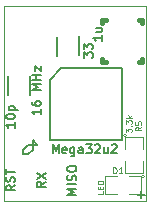
<source format=gto>
G04 (created by PCBNEW (2013-jul-07)-stable) date Thu 27 Nov 2014 12:46:05 AM EST*
%MOIN*%
G04 Gerber Fmt 3.4, Leading zero omitted, Abs format*
%FSLAX34Y34*%
G01*
G70*
G90*
G04 APERTURE LIST*
%ADD10C,0.00590551*%
%ADD11C,0.006*%
%ADD12C,0.00787402*%
%ADD13C,0.00393701*%
%ADD14C,0.0039*%
%ADD15C,0.015*%
%ADD16C,0.0043*%
G04 APERTURE END LIST*
G54D10*
G54D11*
X22483Y-22046D02*
X22183Y-22046D01*
X22397Y-21946D01*
X22183Y-21846D01*
X22483Y-21846D01*
X22483Y-21703D02*
X22183Y-21703D01*
X22469Y-21574D02*
X22483Y-21531D01*
X22483Y-21460D01*
X22469Y-21431D01*
X22455Y-21417D01*
X22426Y-21403D01*
X22397Y-21403D01*
X22369Y-21417D01*
X22355Y-21431D01*
X22340Y-21460D01*
X22326Y-21517D01*
X22312Y-21546D01*
X22297Y-21560D01*
X22269Y-21574D01*
X22240Y-21574D01*
X22212Y-21560D01*
X22197Y-21546D01*
X22183Y-21517D01*
X22183Y-21446D01*
X22197Y-21403D01*
X22183Y-21217D02*
X22183Y-21160D01*
X22197Y-21131D01*
X22226Y-21103D01*
X22283Y-21089D01*
X22383Y-21089D01*
X22440Y-21103D01*
X22469Y-21131D01*
X22483Y-21160D01*
X22483Y-21217D01*
X22469Y-21246D01*
X22440Y-21274D01*
X22383Y-21289D01*
X22283Y-21289D01*
X22226Y-21274D01*
X22197Y-21246D01*
X22183Y-21217D01*
X21460Y-21624D02*
X21317Y-21724D01*
X21460Y-21796D02*
X21160Y-21796D01*
X21160Y-21681D01*
X21174Y-21653D01*
X21188Y-21639D01*
X21217Y-21624D01*
X21260Y-21624D01*
X21288Y-21639D01*
X21302Y-21653D01*
X21317Y-21681D01*
X21317Y-21796D01*
X21160Y-21524D02*
X21460Y-21324D01*
X21160Y-21324D02*
X21460Y-21524D01*
X20436Y-21739D02*
X20293Y-21839D01*
X20436Y-21910D02*
X20136Y-21910D01*
X20136Y-21796D01*
X20150Y-21767D01*
X20164Y-21753D01*
X20193Y-21739D01*
X20236Y-21739D01*
X20264Y-21753D01*
X20279Y-21767D01*
X20293Y-21796D01*
X20293Y-21910D01*
X20422Y-21624D02*
X20436Y-21581D01*
X20436Y-21510D01*
X20422Y-21481D01*
X20407Y-21467D01*
X20379Y-21453D01*
X20350Y-21453D01*
X20322Y-21467D01*
X20307Y-21481D01*
X20293Y-21510D01*
X20279Y-21567D01*
X20264Y-21596D01*
X20250Y-21610D01*
X20222Y-21624D01*
X20193Y-21624D01*
X20164Y-21610D01*
X20150Y-21596D01*
X20136Y-21567D01*
X20136Y-21496D01*
X20150Y-21453D01*
X20136Y-21367D02*
X20136Y-21196D01*
X20436Y-21281D02*
X20136Y-21281D01*
X24531Y-22054D02*
X24759Y-22054D01*
X24645Y-22168D02*
X24645Y-21940D01*
X21691Y-20672D02*
X21691Y-20372D01*
X21791Y-20586D01*
X21891Y-20372D01*
X21891Y-20672D01*
X22148Y-20658D02*
X22120Y-20672D01*
X22063Y-20672D01*
X22034Y-20658D01*
X22020Y-20629D01*
X22020Y-20515D01*
X22034Y-20486D01*
X22063Y-20472D01*
X22120Y-20472D01*
X22148Y-20486D01*
X22163Y-20515D01*
X22163Y-20544D01*
X22020Y-20572D01*
X22420Y-20472D02*
X22420Y-20715D01*
X22405Y-20744D01*
X22391Y-20758D01*
X22363Y-20772D01*
X22320Y-20772D01*
X22291Y-20758D01*
X22420Y-20658D02*
X22391Y-20672D01*
X22334Y-20672D01*
X22305Y-20658D01*
X22291Y-20644D01*
X22277Y-20615D01*
X22277Y-20529D01*
X22291Y-20501D01*
X22305Y-20486D01*
X22334Y-20472D01*
X22391Y-20472D01*
X22420Y-20486D01*
X22691Y-20672D02*
X22691Y-20515D01*
X22677Y-20486D01*
X22648Y-20472D01*
X22591Y-20472D01*
X22563Y-20486D01*
X22691Y-20658D02*
X22663Y-20672D01*
X22591Y-20672D01*
X22563Y-20658D01*
X22548Y-20629D01*
X22548Y-20601D01*
X22563Y-20572D01*
X22591Y-20558D01*
X22663Y-20558D01*
X22691Y-20544D01*
X22805Y-20372D02*
X22991Y-20372D01*
X22891Y-20486D01*
X22934Y-20486D01*
X22963Y-20501D01*
X22977Y-20515D01*
X22991Y-20544D01*
X22991Y-20615D01*
X22977Y-20644D01*
X22963Y-20658D01*
X22934Y-20672D01*
X22848Y-20672D01*
X22820Y-20658D01*
X22805Y-20644D01*
X23105Y-20401D02*
X23120Y-20386D01*
X23148Y-20372D01*
X23220Y-20372D01*
X23248Y-20386D01*
X23263Y-20401D01*
X23277Y-20429D01*
X23277Y-20458D01*
X23263Y-20501D01*
X23091Y-20672D01*
X23277Y-20672D01*
X23534Y-20472D02*
X23534Y-20672D01*
X23405Y-20472D02*
X23405Y-20629D01*
X23420Y-20658D01*
X23448Y-20672D01*
X23491Y-20672D01*
X23520Y-20658D01*
X23534Y-20644D01*
X23663Y-20401D02*
X23677Y-20386D01*
X23705Y-20372D01*
X23777Y-20372D01*
X23805Y-20386D01*
X23820Y-20401D01*
X23834Y-20429D01*
X23834Y-20458D01*
X23820Y-20501D01*
X23648Y-20672D01*
X23834Y-20672D01*
X20436Y-19641D02*
X20436Y-19813D01*
X20436Y-19727D02*
X20136Y-19727D01*
X20179Y-19755D01*
X20207Y-19784D01*
X20222Y-19813D01*
X20136Y-19455D02*
X20136Y-19427D01*
X20150Y-19398D01*
X20164Y-19384D01*
X20193Y-19370D01*
X20250Y-19355D01*
X20322Y-19355D01*
X20379Y-19370D01*
X20407Y-19384D01*
X20422Y-19398D01*
X20436Y-19427D01*
X20436Y-19455D01*
X20422Y-19484D01*
X20407Y-19498D01*
X20379Y-19513D01*
X20322Y-19527D01*
X20250Y-19527D01*
X20193Y-19513D01*
X20164Y-19498D01*
X20150Y-19484D01*
X20136Y-19455D01*
X20236Y-19227D02*
X20536Y-19227D01*
X20250Y-19227D02*
X20236Y-19198D01*
X20236Y-19141D01*
X20250Y-19113D01*
X20264Y-19098D01*
X20293Y-19084D01*
X20379Y-19084D01*
X20407Y-19098D01*
X20422Y-19113D01*
X20436Y-19141D01*
X20436Y-19198D01*
X20422Y-19227D01*
X21302Y-19204D02*
X21302Y-19375D01*
X21302Y-19289D02*
X21002Y-19289D01*
X21045Y-19318D01*
X21073Y-19346D01*
X21088Y-19375D01*
X21002Y-18946D02*
X21002Y-19004D01*
X21016Y-19032D01*
X21031Y-19046D01*
X21073Y-19075D01*
X21131Y-19089D01*
X21245Y-19089D01*
X21273Y-19075D01*
X21288Y-19061D01*
X21302Y-19032D01*
X21302Y-18975D01*
X21288Y-18946D01*
X21273Y-18932D01*
X21245Y-18918D01*
X21173Y-18918D01*
X21145Y-18932D01*
X21131Y-18946D01*
X21116Y-18975D01*
X21116Y-19032D01*
X21131Y-19061D01*
X21145Y-19075D01*
X21173Y-19089D01*
X21302Y-18561D02*
X21002Y-18561D01*
X21216Y-18461D01*
X21002Y-18361D01*
X21302Y-18361D01*
X21302Y-18218D02*
X21002Y-18218D01*
X21145Y-18218D02*
X21145Y-18046D01*
X21302Y-18046D02*
X21002Y-18046D01*
X21102Y-17932D02*
X21102Y-17775D01*
X21302Y-17932D01*
X21302Y-17775D01*
X22734Y-17486D02*
X22734Y-17301D01*
X22849Y-17401D01*
X22849Y-17358D01*
X22863Y-17329D01*
X22877Y-17315D01*
X22906Y-17301D01*
X22977Y-17301D01*
X23006Y-17315D01*
X23020Y-17329D01*
X23034Y-17358D01*
X23034Y-17444D01*
X23020Y-17472D01*
X23006Y-17486D01*
X22734Y-17201D02*
X22734Y-17015D01*
X22849Y-17115D01*
X22849Y-17072D01*
X22863Y-17044D01*
X22877Y-17029D01*
X22906Y-17015D01*
X22977Y-17015D01*
X23006Y-17029D01*
X23020Y-17044D01*
X23034Y-17072D01*
X23034Y-17158D01*
X23020Y-17186D01*
X23006Y-17201D01*
X23349Y-16742D02*
X23349Y-16914D01*
X23349Y-16828D02*
X23049Y-16828D01*
X23092Y-16857D01*
X23121Y-16885D01*
X23135Y-16914D01*
X23149Y-16485D02*
X23349Y-16485D01*
X23149Y-16614D02*
X23306Y-16614D01*
X23335Y-16600D01*
X23349Y-16571D01*
X23349Y-16528D01*
X23335Y-16500D01*
X23321Y-16485D01*
G54D12*
X20866Y-20708D02*
X20708Y-20708D01*
X21023Y-20551D02*
X20866Y-20708D01*
X21023Y-20393D02*
X21023Y-20551D01*
X21181Y-20393D02*
X21023Y-20393D01*
X21023Y-20236D02*
X21181Y-20393D01*
X21023Y-20393D02*
X21023Y-20236D01*
X20866Y-20393D02*
X21023Y-20393D01*
X20708Y-20551D02*
X20866Y-20393D01*
X20708Y-20708D02*
X20708Y-20551D01*
G54D13*
X24803Y-22244D02*
X24803Y-22047D01*
X20078Y-22244D02*
X24803Y-22244D01*
X20078Y-22047D02*
X20078Y-22244D01*
X20078Y-20472D02*
X20078Y-22047D01*
X24803Y-20472D02*
X24803Y-22047D01*
X20078Y-20472D02*
X20078Y-15748D01*
X24803Y-15748D02*
X24803Y-20472D01*
X20078Y-15748D02*
X24803Y-15748D01*
G54D14*
X24745Y-21443D02*
G75*
G03X24745Y-21443I-50J0D01*
G74*
G01*
X24245Y-21443D02*
X24645Y-21443D01*
X24645Y-21443D02*
X24645Y-22043D01*
X24645Y-22043D02*
X24245Y-22043D01*
X23845Y-22043D02*
X23445Y-22043D01*
X23445Y-22043D02*
X23445Y-21443D01*
X23445Y-21443D02*
X23845Y-21443D01*
X24151Y-20070D02*
G75*
G03X24151Y-20070I-50J0D01*
G74*
G01*
X24101Y-20520D02*
X24101Y-20120D01*
X24101Y-20120D02*
X24701Y-20120D01*
X24701Y-20120D02*
X24701Y-20520D01*
X24701Y-20920D02*
X24701Y-21320D01*
X24701Y-21320D02*
X24101Y-21320D01*
X24101Y-21320D02*
X24101Y-20920D01*
G54D11*
X21966Y-17836D02*
X23616Y-17836D01*
X23616Y-17836D02*
X23991Y-17836D01*
X23991Y-17836D02*
X23991Y-20236D01*
X23991Y-20236D02*
X21591Y-20236D01*
X21591Y-20236D02*
X21591Y-18211D01*
X21591Y-18211D02*
X21966Y-17836D01*
G54D15*
X24566Y-16220D02*
X24685Y-16220D01*
X24685Y-16220D02*
X24685Y-16338D01*
X23464Y-17637D02*
X23346Y-17637D01*
X23346Y-17637D02*
X23346Y-17519D01*
X23346Y-16338D02*
X23346Y-16220D01*
X23346Y-16220D02*
X23464Y-16220D01*
X24566Y-17637D02*
X24685Y-17637D01*
X24685Y-17637D02*
X24685Y-17519D01*
G54D10*
X20930Y-18728D02*
X20930Y-18098D01*
X20197Y-18106D02*
X20197Y-18736D01*
X22578Y-17407D02*
X22578Y-16777D01*
X21846Y-16785D02*
X21846Y-17415D01*
G54D16*
X23712Y-21339D02*
X23712Y-21142D01*
X23759Y-21142D01*
X23787Y-21151D01*
X23806Y-21170D01*
X23816Y-21189D01*
X23825Y-21227D01*
X23825Y-21255D01*
X23816Y-21292D01*
X23806Y-21311D01*
X23787Y-21330D01*
X23759Y-21339D01*
X23712Y-21339D01*
X24013Y-21339D02*
X23900Y-21339D01*
X23956Y-21339D02*
X23956Y-21142D01*
X23938Y-21170D01*
X23919Y-21189D01*
X23900Y-21198D01*
X23386Y-21937D02*
X23386Y-22031D01*
X23189Y-22031D01*
X23283Y-21871D02*
X23283Y-21806D01*
X23386Y-21778D02*
X23386Y-21871D01*
X23189Y-21871D01*
X23189Y-21778D01*
X23386Y-21693D02*
X23189Y-21693D01*
X23189Y-21646D01*
X23199Y-21618D01*
X23217Y-21599D01*
X23236Y-21590D01*
X23274Y-21581D01*
X23302Y-21581D01*
X23339Y-21590D01*
X23358Y-21599D01*
X23377Y-21618D01*
X23386Y-21646D01*
X23386Y-21693D01*
X24646Y-19796D02*
X24552Y-19862D01*
X24646Y-19909D02*
X24449Y-19909D01*
X24449Y-19834D01*
X24459Y-19815D01*
X24468Y-19805D01*
X24487Y-19796D01*
X24515Y-19796D01*
X24534Y-19805D01*
X24543Y-19815D01*
X24552Y-19834D01*
X24552Y-19909D01*
X24449Y-19618D02*
X24449Y-19712D01*
X24543Y-19721D01*
X24534Y-19712D01*
X24524Y-19693D01*
X24524Y-19646D01*
X24534Y-19627D01*
X24543Y-19618D01*
X24562Y-19608D01*
X24609Y-19608D01*
X24627Y-19618D01*
X24637Y-19627D01*
X24646Y-19646D01*
X24646Y-19693D01*
X24637Y-19712D01*
X24627Y-19721D01*
X24134Y-19971D02*
X24134Y-19849D01*
X24209Y-19914D01*
X24209Y-19886D01*
X24219Y-19867D01*
X24228Y-19858D01*
X24247Y-19849D01*
X24294Y-19849D01*
X24312Y-19858D01*
X24322Y-19867D01*
X24331Y-19886D01*
X24331Y-19943D01*
X24322Y-19961D01*
X24312Y-19971D01*
X24312Y-19764D02*
X24322Y-19755D01*
X24331Y-19764D01*
X24322Y-19774D01*
X24312Y-19764D01*
X24331Y-19764D01*
X24134Y-19689D02*
X24134Y-19567D01*
X24209Y-19633D01*
X24209Y-19605D01*
X24219Y-19586D01*
X24228Y-19577D01*
X24247Y-19567D01*
X24294Y-19567D01*
X24312Y-19577D01*
X24322Y-19586D01*
X24331Y-19605D01*
X24331Y-19661D01*
X24322Y-19680D01*
X24312Y-19689D01*
X24331Y-19483D02*
X24134Y-19483D01*
X24256Y-19464D02*
X24331Y-19408D01*
X24200Y-19408D02*
X24275Y-19483D01*
M02*

</source>
